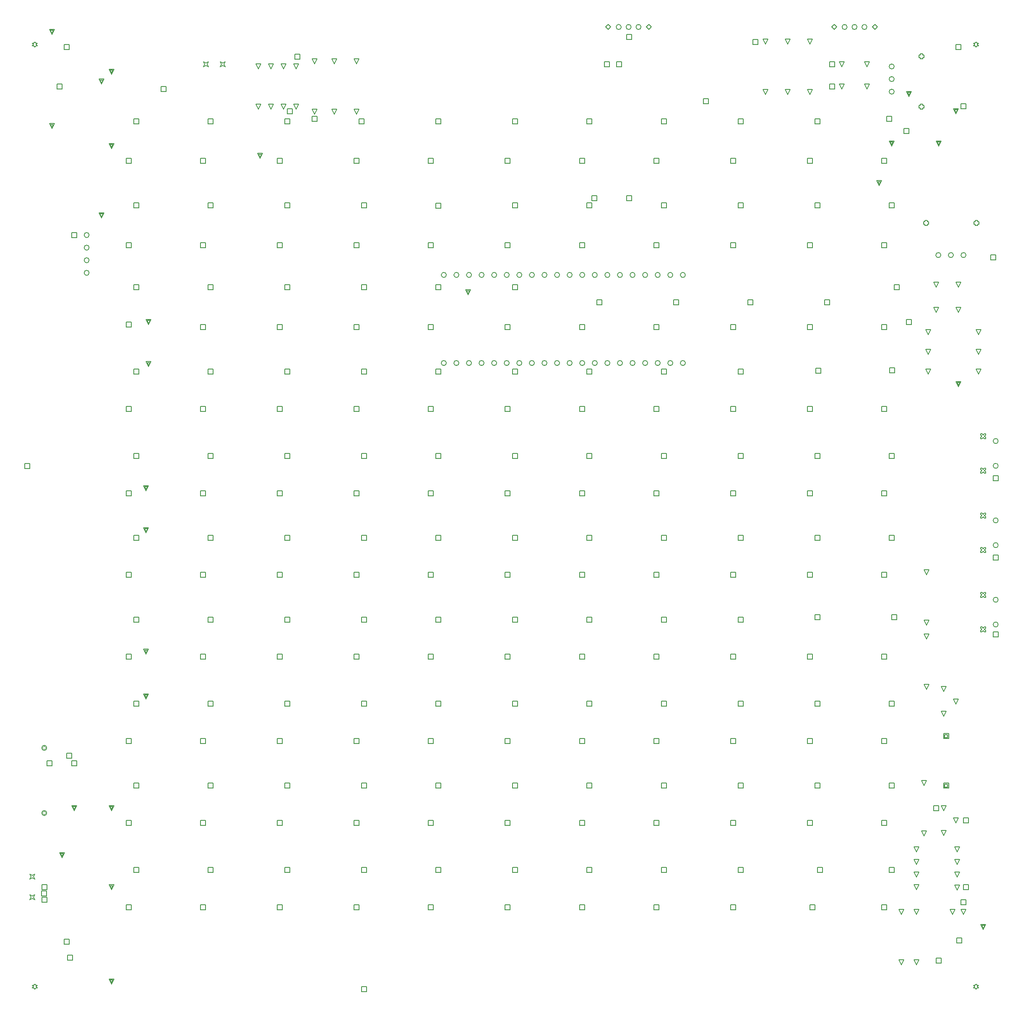
<source format=gbr>
%TF.GenerationSoftware,Altium Limited,Altium Designer,24.5.1 (21)*%
G04 Layer_Color=2752767*
%FSLAX45Y45*%
%MOMM*%
%TF.SameCoordinates,D7596F51-2DA0-4622-90E6-AC5F46AEA47A*%
%TF.FilePolarity,Positive*%
%TF.FileFunction,Drawing*%
%TF.Part,Single*%
G01*
G75*
%TA.AperFunction,NonConductor*%
%ADD87C,0.12700*%
%ADD88C,0.16933*%
%ADD89C,0.10160*%
D87*
X18449992Y3541200D02*
X18399191Y3642800D01*
X18500792D01*
X18449992Y3541200D01*
X18450008Y4557200D02*
X18399208Y4658800D01*
X18500809D01*
X18450008Y4557200D01*
X18542000Y12849208D02*
X18491200Y12950809D01*
X18592799D01*
X18542000Y12849208D01*
X19558000Y12849191D02*
X19507201Y12950792D01*
X19608800D01*
X19558000Y12849191D01*
X19150000Y14099200D02*
X19099200Y14200800D01*
X19200800D01*
X19150000Y14099200D01*
Y14607201D02*
X19099200Y14708800D01*
X19200800D01*
X19150000Y14607201D01*
X18699998Y14099200D02*
X18649199Y14200800D01*
X18750800D01*
X18699998Y14099200D01*
Y14607201D02*
X18649199Y14708800D01*
X18750800D01*
X18699998Y14607201D01*
X18466600Y15874600D02*
Y15849200D01*
X18517400D01*
Y15874600D01*
X18542799D01*
Y15925400D01*
X18517400D01*
Y15950800D01*
X18466600D01*
Y15925400D01*
X18441200D01*
Y15874600D01*
X18466600D01*
X19482600D02*
Y15849200D01*
X19533400D01*
Y15874600D01*
X19558800D01*
Y15925400D01*
X19533400D01*
Y15950800D01*
X19482600D01*
Y15925400D01*
X19457201D01*
Y15874600D01*
X19482600D01*
X4249199Y19049200D02*
X4274599Y19100000D01*
X4249199Y19150800D01*
X4299999Y19125400D01*
X4350799Y19150800D01*
X4325399Y19100000D01*
X4350799Y19049200D01*
X4299999Y19074600D01*
X4249199Y19049200D01*
X3910199D02*
X3935599Y19100000D01*
X3910199Y19150800D01*
X3960999Y19125400D01*
X4011799Y19150800D01*
X3986399Y19100000D01*
X4011799Y19049200D01*
X3960999Y19074600D01*
X3910199Y19049200D01*
X19025726Y1953156D02*
X18974927Y2054756D01*
X19076526D01*
X19025726Y1953156D01*
X19250726D02*
X19199927Y2054756D01*
X19301526D01*
X19250726Y1953156D01*
X12849199Y19850000D02*
X12899998Y19900800D01*
X12950800Y19850000D01*
X12899998Y19799200D01*
X12849199Y19850000D01*
X12029199D02*
X12079999Y19900800D01*
X12130799Y19850000D01*
X12079999Y19799200D01*
X12029199Y19850000D01*
X6549992Y18091200D02*
X6499192Y18192799D01*
X6600792D01*
X6549992Y18091200D01*
X6550008Y19107201D02*
X6499208Y19208800D01*
X6600808D01*
X6550008Y19107201D01*
X7000000Y19107201D02*
X6949200Y19208800D01*
X7050800D01*
X7000000Y19107201D01*
Y18091200D02*
X6949200Y18192799D01*
X7050800D01*
X7000000Y18091200D01*
X18849200Y5499200D02*
Y5600800D01*
X18950800D01*
Y5499200D01*
X18849200D01*
X18869521Y5519520D02*
Y5580480D01*
X18930479D01*
Y5519520D01*
X18869521D01*
X18849200Y4499200D02*
Y4600800D01*
X18950800D01*
Y4499200D01*
X18849200D01*
X18869521Y4519520D02*
Y4580480D01*
X18930479D01*
Y4519520D01*
X18869521D01*
X18300000Y3211200D02*
X18249200Y3312800D01*
X18350800D01*
X18300000Y3211200D01*
Y2703200D02*
X18249200Y2804800D01*
X18350800D01*
X18300000Y2703200D01*
Y2449200D02*
X18249200Y2550800D01*
X18350800D01*
X18300000Y2449200D01*
Y2957200D02*
X18249200Y3058800D01*
X18350800D01*
X18300000Y2957200D01*
X19120000Y2448200D02*
X19069200Y2549800D01*
X19170799D01*
X19120000Y2448200D01*
Y3211200D02*
X19069200Y3312800D01*
X19170799D01*
X19120000Y3211200D01*
Y2703200D02*
X19069200Y2804800D01*
X19170799D01*
X19120000Y2703200D01*
Y2957200D02*
X19069200Y3058800D01*
X19170799D01*
X19120000Y2957200D01*
X18500000Y7791200D02*
X18449200Y7892800D01*
X18550800D01*
X18500000Y7791200D01*
Y8807200D02*
X18449200Y8908800D01*
X18550800D01*
X18500000Y8807200D01*
X17409200Y19850000D02*
X17460001Y19900800D01*
X17510800Y19850000D01*
X17460001Y19799200D01*
X17409200Y19850000D01*
X16589200D02*
X16639999Y19900800D01*
X16690800Y19850000D01*
X16639999Y19799200D01*
X16589200Y19850000D01*
X17300000Y19049200D02*
X17249200Y19150800D01*
X17350800D01*
X17300000Y19049200D01*
X16792000D02*
X16741200Y19150800D01*
X16842799D01*
X16792000Y19049200D01*
X17300000Y18599200D02*
X17249200Y18700800D01*
X17350800D01*
X17300000Y18599200D01*
X16792000D02*
X16741200Y18700800D01*
X16842799D01*
X16792000Y18599200D01*
X18374600Y19232600D02*
Y19207201D01*
X18425400D01*
Y19232600D01*
X18450800D01*
Y19283400D01*
X18425400D01*
Y19308800D01*
X18374600D01*
Y19283400D01*
X18349200D01*
Y19232600D01*
X18374600D01*
Y18216600D02*
Y18191200D01*
X18425400D01*
Y18216600D01*
X18450800D01*
Y18267400D01*
X18425400D01*
Y18292799D01*
X18374600D01*
Y18267400D01*
X18349200D01*
Y18216600D01*
X18374600D01*
X16150008Y19507201D02*
X16099208Y19608800D01*
X16200809D01*
X16150008Y19507201D01*
X16149992Y18491200D02*
X16099191Y18592799D01*
X16200792D01*
X16149992Y18491200D01*
X15699992D02*
X15649191Y18592799D01*
X15750792D01*
X15699992Y18491200D01*
X15700008Y19507201D02*
X15649208Y19608800D01*
X15750809D01*
X15700008Y19507201D01*
X15249992Y18491200D02*
X15199191Y18592799D01*
X15300792D01*
X15249992Y18491200D01*
X15250008Y19507201D02*
X15199208Y19608800D01*
X15300809D01*
X15250008Y19507201D01*
X19100000Y6199200D02*
X19049200Y6300800D01*
X19150800D01*
X19100000Y6199200D01*
X18850000Y5949200D02*
X18799200Y6050800D01*
X18900800D01*
X18850000Y5949200D01*
Y6449200D02*
X18799200Y6550800D01*
X18900800D01*
X18850000Y6449200D01*
X17999992Y941200D02*
X17949191Y1042800D01*
X18050792D01*
X17999992Y941200D01*
X18000008Y1957200D02*
X17949208Y2058800D01*
X18050809D01*
X18000008Y1957200D01*
X18299992Y941200D02*
X18249191Y1042800D01*
X18350792D01*
X18299992Y941200D01*
X18300008Y1957200D02*
X18249208Y2058800D01*
X18350809D01*
X18300008Y1957200D01*
X18499992Y6491200D02*
X18449191Y6592800D01*
X18550792D01*
X18499992Y6491200D01*
X18500008Y7507200D02*
X18449208Y7608800D01*
X18550809D01*
X18500008Y7507200D01*
X19100000Y3799200D02*
X19049200Y3900800D01*
X19150800D01*
X19100000Y3799200D01*
X18850000Y3549200D02*
X18799200Y3650800D01*
X18900800D01*
X18850000Y3549200D01*
Y4049200D02*
X18799200Y4150800D01*
X18900800D01*
X18850000Y4049200D01*
X19599200Y9249200D02*
X19624600D01*
X19650000Y9274600D01*
X19675400Y9249200D01*
X19700800D01*
Y9274600D01*
X19675400Y9300000D01*
X19700800Y9325400D01*
Y9350800D01*
X19675400D01*
X19650000Y9325400D01*
X19624600Y9350800D01*
X19599200D01*
Y9325400D01*
X19624600Y9300000D01*
X19599200Y9274600D01*
Y9249200D01*
X19599200Y9949200D02*
X19624600D01*
X19650000Y9974600D01*
X19675400Y9949200D01*
X19700800D01*
Y9974600D01*
X19675400Y10000000D01*
X19700800Y10025400D01*
Y10050800D01*
X19675400D01*
X19650000Y10025400D01*
X19624600Y10050800D01*
X19599200D01*
Y10025400D01*
X19624600Y10000000D01*
X19599200Y9974600D01*
Y9949200D01*
Y7649200D02*
X19624600D01*
X19650000Y7674600D01*
X19675400Y7649200D01*
X19700800D01*
Y7674600D01*
X19675400Y7700000D01*
X19700800Y7725400D01*
Y7750800D01*
X19675400D01*
X19650000Y7725400D01*
X19624600Y7750800D01*
X19599200D01*
Y7725400D01*
X19624600Y7700000D01*
X19599200Y7674600D01*
Y7649200D01*
Y8349200D02*
X19624600D01*
X19650000Y8374600D01*
X19675400Y8349200D01*
X19700800D01*
Y8374600D01*
X19675400Y8400000D01*
X19700800Y8425400D01*
Y8450800D01*
X19675400D01*
X19650000Y8425400D01*
X19624600Y8450800D01*
X19599200D01*
Y8425400D01*
X19624600Y8400000D01*
X19599200Y8374600D01*
Y8349200D01*
Y10849200D02*
X19624600D01*
X19650000Y10874600D01*
X19675400Y10849200D01*
X19700800D01*
Y10874600D01*
X19675400Y10900000D01*
X19700800Y10925400D01*
Y10950800D01*
X19675400D01*
X19650000Y10925400D01*
X19624600Y10950800D01*
X19599200D01*
Y10925400D01*
X19624600Y10900000D01*
X19599200Y10874600D01*
Y10849200D01*
Y11549200D02*
X19624600D01*
X19650000Y11574600D01*
X19675400Y11549200D01*
X19700800D01*
Y11574600D01*
X19675400Y11600000D01*
X19700800Y11625400D01*
Y11650800D01*
X19675400D01*
X19650000Y11625400D01*
X19624600Y11650800D01*
X19599200D01*
Y11625400D01*
X19624600Y11600000D01*
X19599200Y11574600D01*
Y11549200D01*
X18541998Y13249208D02*
X18491199Y13350809D01*
X18592799D01*
X18541998Y13249208D01*
X19558000Y13249191D02*
X19507201Y13350792D01*
X19608800D01*
X19558000Y13249191D01*
X19557999Y13649191D02*
X19507199Y13750792D01*
X19608800D01*
X19557999Y13649191D01*
X18542000Y13649208D02*
X18491200Y13750809D01*
X18592799D01*
X18542000Y13649208D01*
X6150008Y19107201D02*
X6099208Y19208800D01*
X6200808D01*
X6150008Y19107201D01*
X6149992Y18091200D02*
X6099192Y18192799D01*
X6200792D01*
X6149992Y18091200D01*
X5273000Y19009200D02*
X5222200Y19110800D01*
X5323800D01*
X5273000Y19009200D01*
X5527000D02*
X5476200Y19110800D01*
X5577800D01*
X5527000Y19009200D01*
X5019000Y19009200D02*
X4968200Y19110800D01*
X5069800D01*
X5019000Y19009200D01*
X5782000D02*
X5731200Y19110800D01*
X5832800D01*
X5782000Y19009200D01*
X5273000Y18189200D02*
X5222200Y18290800D01*
X5323800D01*
X5273000Y18189200D01*
X5781000Y18189200D02*
X5730200Y18290800D01*
X5831800D01*
X5781000Y18189200D01*
X5527000Y18189200D02*
X5476200Y18290800D01*
X5577800D01*
X5527000Y18189200D01*
X5019000Y18189200D02*
X4968200Y18290800D01*
X5069800D01*
X5019000Y18189200D01*
X399200Y2664200D02*
X424600Y2715000D01*
X399200Y2765800D01*
X450000Y2740400D01*
X500800Y2765800D01*
X475400Y2715000D01*
X500800Y2664200D01*
X450000Y2689600D01*
X399200Y2664200D01*
Y2249200D02*
X424600Y2300000D01*
X399200Y2350800D01*
X450000Y2325400D01*
X500800Y2350800D01*
X475400Y2300000D01*
X500800Y2249200D01*
X450000Y2274600D01*
X399200Y2249200D01*
X500000Y449200D02*
X525400Y474600D01*
X550800D01*
X525400Y500000D01*
X550800Y525400D01*
X525400D01*
X500000Y550800D01*
X474600Y525400D01*
X449200D01*
X474600Y500000D01*
X449200Y474600D01*
X474600D01*
X500000Y449200D01*
X19500000Y19449200D02*
X19525400Y19474600D01*
X19550800D01*
X19525400Y19500000D01*
X19550800Y19525400D01*
X19525400D01*
X19500000Y19550800D01*
X19474600Y19525400D01*
X19449200D01*
X19474600Y19500000D01*
X19449200Y19474600D01*
X19474600D01*
X19500000Y19449200D01*
X500000D02*
X525400Y19474600D01*
X550800D01*
X525400Y19500000D01*
X550800Y19525400D01*
X525400D01*
X500000Y19550800D01*
X474600Y19525400D01*
X449200D01*
X474600Y19500000D01*
X449200Y19474600D01*
X474600D01*
X500000Y19449200D01*
X19500000Y449200D02*
X19525400Y474600D01*
X19550800D01*
X19525400Y500000D01*
X19550800Y525400D01*
X19525400D01*
X19500000Y550800D01*
X19474600Y525400D01*
X19449200D01*
X19474600Y500000D01*
X19449200Y474600D01*
X19474600D01*
X19500000Y449200D01*
X19650000Y1649200D02*
X19599200Y1750800D01*
X19700800D01*
X19650000Y1649200D01*
Y1669520D02*
X19619521Y1730480D01*
X19680479D01*
X19650000Y1669520D01*
X19150000Y12599200D02*
X19099200Y12700800D01*
X19200800D01*
X19150000Y12599200D01*
Y12619520D02*
X19119521Y12680480D01*
X19180479D01*
X19150000Y12619520D01*
X9250000Y14449200D02*
X9199200Y14550800D01*
X9300800D01*
X9250000Y14449200D01*
Y14469521D02*
X9219520Y14530479D01*
X9280480D01*
X9250000Y14469521D01*
X641751Y2326700D02*
Y2428300D01*
X743351D01*
Y2326700D01*
X641751D01*
X649200Y2449200D02*
Y2550800D01*
X750800D01*
Y2449200D01*
X649200D01*
Y2199200D02*
Y2300800D01*
X750800D01*
Y2199200D01*
X649200D01*
X19249200Y2449200D02*
Y2550800D01*
X19350800D01*
Y2449200D01*
X19249200D01*
Y3799200D02*
Y3900800D01*
X19350800D01*
Y3799200D01*
X19249200D01*
X18649200Y4049200D02*
Y4150800D01*
X18750800D01*
Y4049200D01*
X18649200D01*
X17599200Y10399200D02*
Y10500800D01*
X17700800D01*
Y10399200D01*
X17599200D01*
X16099200D02*
Y10500800D01*
X16200800D01*
Y10399200D01*
X16099200D01*
X14549200D02*
Y10500800D01*
X14650800D01*
Y10399200D01*
X14549200D01*
X12999200D02*
Y10500800D01*
X13100800D01*
Y10399200D01*
X12999200D01*
X11499200D02*
Y10500800D01*
X11600800D01*
Y10399200D01*
X11499200D01*
X9999200D02*
Y10500800D01*
X10100800D01*
Y10399200D01*
X9999200D01*
X8449200D02*
Y10500800D01*
X8550800D01*
Y10399200D01*
X8449200D01*
X6949200D02*
Y10500800D01*
X7050800D01*
Y10399200D01*
X6949200D01*
X5399200D02*
Y10500800D01*
X5500800D01*
Y10399200D01*
X5399200D01*
X3849200D02*
Y10500800D01*
X3950800D01*
Y10399200D01*
X3849200D01*
X2349200D02*
Y10500800D01*
X2450800D01*
Y10399200D01*
X2349200D01*
X19799200Y15149200D02*
Y15250800D01*
X19900800D01*
Y15149200D01*
X19799200D01*
X299200Y10949200D02*
Y11050800D01*
X400800D01*
Y10949200D01*
X299200D01*
X13999200Y18299200D02*
Y18400800D01*
X14100800D01*
Y18299200D01*
X13999200D01*
X3049200Y18549200D02*
Y18650800D01*
X3150800D01*
Y18549200D01*
X3049200D01*
X7099200Y399200D02*
Y500800D01*
X7200800D01*
Y399200D01*
X7099200D01*
X19099200Y19399200D02*
Y19500800D01*
X19200800D01*
Y19399200D01*
X19099200D01*
X19199200Y18199200D02*
Y18300800D01*
X19300800D01*
Y18199200D01*
X19199200D01*
X18049200Y17699200D02*
Y17800800D01*
X18150800D01*
Y17699200D01*
X18049200D01*
X17599200Y17099200D02*
Y17200800D01*
X17700800D01*
Y17099200D01*
X17599200D01*
X16099200D02*
Y17200800D01*
X16200800D01*
Y17099200D01*
X16099200D01*
X14549200D02*
Y17200800D01*
X14650800D01*
Y17099200D01*
X14549200D01*
X12999200D02*
Y17200800D01*
X13100800D01*
Y17099200D01*
X12999200D01*
X11499200D02*
Y17200800D01*
X11600800D01*
Y17099200D01*
X11499200D01*
X9999200D02*
Y17200800D01*
X10100800D01*
Y17099200D01*
X9999200D01*
X8449200D02*
Y17200800D01*
X8550800D01*
Y17099200D01*
X8449200D01*
X6949200D02*
Y17200800D01*
X7050800D01*
Y17099200D01*
X6949200D01*
X2349200Y15399200D02*
Y15500800D01*
X2450800D01*
Y15399200D01*
X2349200D01*
X3849200D02*
Y15500800D01*
X3950800D01*
Y15399200D01*
X3849200D01*
X5399200D02*
Y15500800D01*
X5500800D01*
Y15399200D01*
X5399200D01*
X6949200D02*
Y15500800D01*
X7050800D01*
Y15399200D01*
X6949200D01*
X8449200D02*
Y15500800D01*
X8550800D01*
Y15399200D01*
X8449200D01*
X9999200D02*
Y15500800D01*
X10100800D01*
Y15399200D01*
X9999200D01*
X11499200D02*
Y15500800D01*
X11600800D01*
Y15399200D01*
X11499200D01*
X12999200D02*
Y15500800D01*
X13100800D01*
Y15399200D01*
X12999200D01*
X14549200D02*
Y15500800D01*
X14650800D01*
Y15399200D01*
X14549200D01*
X16099200D02*
Y15500800D01*
X16200800D01*
Y15399200D01*
X16099200D01*
X17599200D02*
Y15500800D01*
X17700800D01*
Y15399200D01*
X17599200D01*
X18099200Y13849200D02*
Y13950800D01*
X18200800D01*
Y13849200D01*
X18099200D01*
X17599200Y13749200D02*
Y13850800D01*
X17700800D01*
Y13749200D01*
X17599200D01*
X16099200D02*
Y13850800D01*
X16200800D01*
Y13749200D01*
X16099200D01*
X14549200D02*
Y13850800D01*
X14650800D01*
Y13749200D01*
X14549200D01*
X12999200D02*
Y13850800D01*
X13100800D01*
Y13749200D01*
X12999200D01*
X11499200D02*
Y13850800D01*
X11600800D01*
Y13749200D01*
X11499200D01*
X9999200D02*
Y13850800D01*
X10100800D01*
Y13749200D01*
X9999200D01*
X8449200D02*
Y13850800D01*
X8550800D01*
Y13749200D01*
X8449200D01*
X6949200D02*
Y13850800D01*
X7050800D01*
Y13749200D01*
X6949200D01*
X5399200D02*
Y13850800D01*
X5500800D01*
Y13749200D01*
X5399200D01*
X3849200D02*
Y13850800D01*
X3950800D01*
Y13749200D01*
X3849200D01*
X2349200Y13799200D02*
Y13900800D01*
X2450800D01*
Y13799200D01*
X2349200D01*
Y12099200D02*
Y12200800D01*
X2450800D01*
Y12099200D01*
X2349200D01*
X3849200D02*
Y12200800D01*
X3950800D01*
Y12099200D01*
X3849200D01*
X5399200D02*
Y12200800D01*
X5500800D01*
Y12099200D01*
X5399200D01*
X6949200D02*
Y12200800D01*
X7050800D01*
Y12099200D01*
X6949200D01*
X8449200D02*
Y12200800D01*
X8550800D01*
Y12099200D01*
X8449200D01*
X9999200D02*
Y12200800D01*
X10100800D01*
Y12099200D01*
X9999200D01*
X11499200D02*
Y12200800D01*
X11600800D01*
Y12099200D01*
X11499200D01*
X12999200D02*
Y12200800D01*
X13100800D01*
Y12099200D01*
X12999200D01*
X14549200D02*
Y12200800D01*
X14650800D01*
Y12099200D01*
X14549200D01*
X16099200D02*
Y12200800D01*
X16200800D01*
Y12099200D01*
X16099200D01*
X17599200D02*
Y12200800D01*
X17700800D01*
Y12099200D01*
X17599200D01*
Y8749200D02*
Y8850800D01*
X17700800D01*
Y8749200D01*
X17599200D01*
X16099200D02*
Y8850800D01*
X16200800D01*
Y8749200D01*
X16099200D01*
X14549200D02*
Y8850800D01*
X14650800D01*
Y8749200D01*
X14549200D01*
X12999200D02*
Y8850800D01*
X13100800D01*
Y8749200D01*
X12999200D01*
X11499200D02*
Y8850800D01*
X11600800D01*
Y8749200D01*
X11499200D01*
X9999200D02*
Y8850800D01*
X10100800D01*
Y8749200D01*
X9999200D01*
X8449200D02*
Y8850800D01*
X8550800D01*
Y8749200D01*
X8449200D01*
X6949200D02*
Y8850800D01*
X7050800D01*
Y8749200D01*
X6949200D01*
X5399200D02*
Y8850800D01*
X5500800D01*
Y8749200D01*
X5399200D01*
X3849200D02*
Y8850800D01*
X3950800D01*
Y8749200D01*
X3849200D01*
X2349200D02*
Y8850800D01*
X2450800D01*
Y8749200D01*
X2349200D01*
Y7099200D02*
Y7200800D01*
X2450800D01*
Y7099200D01*
X2349200D01*
X3849200D02*
Y7200800D01*
X3950800D01*
Y7099200D01*
X3849200D01*
X5399200D02*
Y7200800D01*
X5500800D01*
Y7099200D01*
X5399200D01*
X6949200D02*
Y7200800D01*
X7050800D01*
Y7099200D01*
X6949200D01*
X8449200D02*
Y7200800D01*
X8550800D01*
Y7099200D01*
X8449200D01*
X9999200D02*
Y7200800D01*
X10100800D01*
Y7099200D01*
X9999200D01*
X11499200D02*
Y7200800D01*
X11600800D01*
Y7099200D01*
X11499200D01*
X12999200D02*
Y7200800D01*
X13100800D01*
Y7099200D01*
X12999200D01*
X14549200D02*
Y7200800D01*
X14650800D01*
Y7099200D01*
X14549200D01*
X16099200D02*
Y7200800D01*
X16200800D01*
Y7099200D01*
X16099200D01*
X17599200D02*
Y7200800D01*
X17700800D01*
Y7099200D01*
X17599200D01*
Y5399200D02*
Y5500800D01*
X17700800D01*
Y5399200D01*
X17599200D01*
X16099200D02*
Y5500800D01*
X16200800D01*
Y5399200D01*
X16099200D01*
X14549200D02*
Y5500800D01*
X14650800D01*
Y5399200D01*
X14549200D01*
X12999200D02*
Y5500800D01*
X13100800D01*
Y5399200D01*
X12999200D01*
X11499200D02*
Y5500800D01*
X11600800D01*
Y5399200D01*
X11499200D01*
X9999200D02*
Y5500800D01*
X10100800D01*
Y5399200D01*
X9999200D01*
X8449200D02*
Y5500800D01*
X8550800D01*
Y5399200D01*
X8449200D01*
X6949200D02*
Y5500800D01*
X7050800D01*
Y5399200D01*
X6949200D01*
X5399200D02*
Y5500800D01*
X5500800D01*
Y5399200D01*
X5399200D01*
X3849200D02*
Y5500800D01*
X3950800D01*
Y5399200D01*
X3849200D01*
X2349200D02*
Y5500800D01*
X2450800D01*
Y5399200D01*
X2349200D01*
Y3749200D02*
Y3850800D01*
X2450800D01*
Y3749200D01*
X2349200D01*
X3849200D02*
Y3850800D01*
X3950800D01*
Y3749200D01*
X3849200D01*
X5399200D02*
Y3850800D01*
X5500800D01*
Y3749200D01*
X5399200D01*
X6949200D02*
Y3850800D01*
X7050800D01*
Y3749200D01*
X6949200D01*
X8449200D02*
Y3850800D01*
X8550800D01*
Y3749200D01*
X8449200D01*
X9999200D02*
Y3850800D01*
X10100800D01*
Y3749200D01*
X9999200D01*
X11499200D02*
Y3850800D01*
X11600800D01*
Y3749200D01*
X11499200D01*
X12999200D02*
Y3850800D01*
X13100800D01*
Y3749200D01*
X12999200D01*
X14549200D02*
Y3850800D01*
X14650800D01*
Y3749200D01*
X14549200D01*
X16099200D02*
Y3850800D01*
X16200800D01*
Y3749200D01*
X16099200D01*
X17599911Y3751039D02*
Y3852639D01*
X17701512D01*
Y3751039D01*
X17599911D01*
X18699200Y972775D02*
Y1074375D01*
X18800800D01*
Y972775D01*
X18699200D01*
X17599200Y2049200D02*
Y2150800D01*
X17700800D01*
Y2049200D01*
X17599200D01*
X16149200D02*
Y2150800D01*
X16250800D01*
Y2049200D01*
X16149200D01*
X14549200D02*
Y2150800D01*
X14650800D01*
Y2049200D01*
X14549200D01*
X12999200D02*
Y2150800D01*
X13100800D01*
Y2049200D01*
X12999200D01*
X11499200D02*
Y2150800D01*
X11600800D01*
Y2049200D01*
X11499200D01*
X9999200D02*
Y2150800D01*
X10100800D01*
Y2049200D01*
X9999200D01*
X8449200D02*
Y2150800D01*
X8550800D01*
Y2049200D01*
X8449200D01*
X6949200D02*
Y2150800D01*
X7050800D01*
Y2049200D01*
X6949200D01*
X5399200D02*
Y2150800D01*
X5500800D01*
Y2049200D01*
X5399200D01*
X3849200D02*
Y2150800D01*
X3950800D01*
Y2049200D01*
X3849200D01*
X2349200D02*
Y2150800D01*
X2450800D01*
Y2049200D01*
X2349200D01*
X1161427Y1026946D02*
Y1128546D01*
X1263027D01*
Y1026946D01*
X1161427D01*
X1099200Y1349200D02*
Y1450800D01*
X1200800D01*
Y1349200D01*
X1099200D01*
X1149200Y5099200D02*
Y5200800D01*
X1250800D01*
Y5099200D01*
X1149200D01*
X1249200Y4949200D02*
Y5050800D01*
X1350800D01*
Y4949200D01*
X1249200D01*
X749200D02*
Y5050800D01*
X850800D01*
Y4949200D01*
X749200D01*
X19111652Y1379929D02*
Y1481529D01*
X19213251D01*
Y1379929D01*
X19111652D01*
X19199200Y2149200D02*
Y2250800D01*
X19300800D01*
Y2149200D01*
X19199200D01*
X17749200Y2799200D02*
Y2900800D01*
X17850800D01*
Y2799200D01*
X17749200D01*
X16299200D02*
Y2900800D01*
X16400800D01*
Y2799200D01*
X16299200D01*
X14699200D02*
Y2900800D01*
X14800800D01*
Y2799200D01*
X14699200D01*
X13149200D02*
Y2900800D01*
X13250800D01*
Y2799200D01*
X13149200D01*
X11649200D02*
Y2900800D01*
X11750800D01*
Y2799200D01*
X11649200D01*
X10149200D02*
Y2900800D01*
X10250800D01*
Y2799200D01*
X10149200D01*
X8599200D02*
Y2900800D01*
X8700800D01*
Y2799200D01*
X8599200D01*
X7099200D02*
Y2900800D01*
X7200800D01*
Y2799200D01*
X7099200D01*
X5549200D02*
Y2900800D01*
X5650800D01*
Y2799200D01*
X5549200D01*
X3999200D02*
Y2900800D01*
X4100800D01*
Y2799200D01*
X3999200D01*
X2499200D02*
Y2900800D01*
X2600800D01*
Y2799200D01*
X2499200D01*
Y4499200D02*
Y4600800D01*
X2600800D01*
Y4499200D01*
X2499200D01*
X3999200D02*
Y4600800D01*
X4100800D01*
Y4499200D01*
X3999200D01*
X5549200D02*
Y4600800D01*
X5650800D01*
Y4499200D01*
X5549200D01*
X7099200D02*
Y4600800D01*
X7200800D01*
Y4499200D01*
X7099200D01*
X8599200D02*
Y4600800D01*
X8700800D01*
Y4499200D01*
X8599200D01*
X10149200D02*
Y4600800D01*
X10250800D01*
Y4499200D01*
X10149200D01*
X11649200D02*
Y4600800D01*
X11750800D01*
Y4499200D01*
X11649200D01*
X13149200D02*
Y4600800D01*
X13250800D01*
Y4499200D01*
X13149200D01*
X14699200D02*
Y4600800D01*
X14800800D01*
Y4499200D01*
X14699200D01*
X16249200D02*
Y4600800D01*
X16350800D01*
Y4499200D01*
X16249200D01*
X17749200D02*
Y4600800D01*
X17850800D01*
Y4499200D01*
X17749200D01*
Y6149200D02*
Y6250800D01*
X17850800D01*
Y6149200D01*
X17749200D01*
X16249200D02*
Y6250800D01*
X16350800D01*
Y6149200D01*
X16249200D01*
X14699200D02*
Y6250800D01*
X14800800D01*
Y6149200D01*
X14699200D01*
X13149200D02*
Y6250800D01*
X13250800D01*
Y6149200D01*
X13149200D01*
X11649200D02*
Y6250800D01*
X11750800D01*
Y6149200D01*
X11649200D01*
X10149200D02*
Y6250800D01*
X10250800D01*
Y6149200D01*
X10149200D01*
X8599200D02*
Y6250800D01*
X8700800D01*
Y6149200D01*
X8599200D01*
X7099200D02*
Y6250800D01*
X7200800D01*
Y6149200D01*
X7099200D01*
X5549200D02*
Y6250800D01*
X5650800D01*
Y6149200D01*
X5549200D01*
X3999200D02*
Y6250800D01*
X4100800D01*
Y6149200D01*
X3999200D01*
X2499200D02*
Y6250800D01*
X2600800D01*
Y6149200D01*
X2499200D01*
X2750000Y6299200D02*
X2699200Y6400800D01*
X2800800D01*
X2750000Y6299200D01*
Y6319520D02*
X2719520Y6380480D01*
X2780480D01*
X2750000Y6319520D01*
X17799200Y7899200D02*
Y8000800D01*
X17900800D01*
Y7899200D01*
X17799200D01*
X16249200D02*
Y8000800D01*
X16350800D01*
Y7899200D01*
X16249200D01*
X14699200Y7849200D02*
Y7950800D01*
X14800800D01*
Y7849200D01*
X14699200D01*
X13149200D02*
Y7950800D01*
X13250800D01*
Y7849200D01*
X13149200D01*
X11649200D02*
Y7950800D01*
X11750800D01*
Y7849200D01*
X11649200D01*
X10149200D02*
Y7950800D01*
X10250800D01*
Y7849200D01*
X10149200D01*
X8599200D02*
Y7950800D01*
X8700800D01*
Y7849200D01*
X8599200D01*
X7099200D02*
Y7950800D01*
X7200800D01*
Y7849200D01*
X7099200D01*
X5549200D02*
Y7950800D01*
X5650800D01*
Y7849200D01*
X5549200D01*
X3999200D02*
Y7950800D01*
X4100800D01*
Y7849200D01*
X3999200D01*
X2499200D02*
Y7950800D01*
X2600800D01*
Y7849200D01*
X2499200D01*
Y9499200D02*
Y9600800D01*
X2600800D01*
Y9499200D01*
X2499200D01*
X2750000Y9649200D02*
X2699200Y9750800D01*
X2800800D01*
X2750000Y9649200D01*
Y9669520D02*
X2719520Y9730480D01*
X2780480D01*
X2750000Y9669520D01*
X3999200Y9499200D02*
Y9600800D01*
X4100800D01*
Y9499200D01*
X3999200D01*
X5549200D02*
Y9600800D01*
X5650800D01*
Y9499200D01*
X5549200D01*
X7099200D02*
Y9600800D01*
X7200800D01*
Y9499200D01*
X7099200D01*
X8599200D02*
Y9600800D01*
X8700800D01*
Y9499200D01*
X8599200D01*
X10149200D02*
Y9600800D01*
X10250800D01*
Y9499200D01*
X10149200D01*
X11649200D02*
Y9600800D01*
X11750800D01*
Y9499200D01*
X11649200D01*
X13149200D02*
Y9600800D01*
X13250800D01*
Y9499200D01*
X13149200D01*
X14699200D02*
Y9600800D01*
X14800800D01*
Y9499200D01*
X14699200D01*
X16249200D02*
Y9600800D01*
X16350800D01*
Y9499200D01*
X16249200D01*
X17749200D02*
Y9600800D01*
X17850800D01*
Y9499200D01*
X17749200D01*
Y11149200D02*
Y11250800D01*
X17850800D01*
Y11149200D01*
X17749200D01*
X16249200D02*
Y11250800D01*
X16350800D01*
Y11149200D01*
X16249200D01*
X14699200D02*
Y11250800D01*
X14800800D01*
Y11149200D01*
X14699200D01*
X13149200D02*
Y11250800D01*
X13250800D01*
Y11149200D01*
X13149200D01*
X11649200D02*
Y11250800D01*
X11750800D01*
Y11149200D01*
X11649200D01*
X10149200D02*
Y11250800D01*
X10250800D01*
Y11149200D01*
X10149200D01*
X8599200D02*
Y11250800D01*
X8700800D01*
Y11149200D01*
X8599200D01*
X7099200D02*
Y11250800D01*
X7200800D01*
Y11149200D01*
X7099200D01*
X5549200D02*
Y11250800D01*
X5650800D01*
Y11149200D01*
X5549200D01*
X3999200D02*
Y11250800D01*
X4100800D01*
Y11149200D01*
X3999200D01*
X2499200D02*
Y11250800D01*
X2600800D01*
Y11149200D01*
X2499200D01*
Y12849200D02*
Y12950800D01*
X2600800D01*
Y12849200D01*
X2499200D01*
X3999200D02*
Y12950800D01*
X4100800D01*
Y12849200D01*
X3999200D01*
X5549200D02*
Y12950800D01*
X5650800D01*
Y12849200D01*
X5549200D01*
X7099200D02*
Y12950800D01*
X7200800D01*
Y12849200D01*
X7099200D01*
X8599200D02*
Y12950800D01*
X8700800D01*
Y12849200D01*
X8599200D01*
X10149200D02*
Y12950800D01*
X10250800D01*
Y12849200D01*
X10149200D01*
X11649200D02*
Y12950800D01*
X11750800D01*
Y12849200D01*
X11649200D01*
X13149200D02*
Y12950800D01*
X13250800D01*
Y12849200D01*
X13149200D01*
X14699200D02*
Y12950800D01*
X14800800D01*
Y12849200D01*
X14699200D01*
X16272086Y12866348D02*
Y12967949D01*
X16373686D01*
Y12866348D01*
X16272086D01*
X17758881Y12872089D02*
Y12973688D01*
X17860480D01*
Y12872089D01*
X17758881D01*
X17849200Y14549200D02*
Y14650800D01*
X17950800D01*
Y14549200D01*
X17849200D01*
X16449200Y14249200D02*
Y14350800D01*
X16550800D01*
Y14249200D01*
X16449200D01*
X14899200D02*
Y14350800D01*
X15000800D01*
Y14249200D01*
X14899200D01*
X11849200D02*
Y14350800D01*
X11950800D01*
Y14249200D01*
X11849200D01*
X10149200Y14549200D02*
Y14650800D01*
X10250800D01*
Y14549200D01*
X10149200D01*
X8599200D02*
Y14650800D01*
X8700800D01*
Y14549200D01*
X8599200D01*
X7099200D02*
Y14650800D01*
X7200800D01*
Y14549200D01*
X7099200D01*
X5549200D02*
Y14650800D01*
X5650800D01*
Y14549200D01*
X5549200D01*
X3999200D02*
Y14650800D01*
X4100800D01*
Y14549200D01*
X3999200D01*
X2499200D02*
Y14650800D01*
X2600800D01*
Y14549200D01*
X2499200D01*
Y16199200D02*
Y16300800D01*
X2600800D01*
Y16199200D01*
X2499200D01*
X3999200D02*
Y16300800D01*
X4100800D01*
Y16199200D01*
X3999200D01*
X5549200D02*
Y16300800D01*
X5650800D01*
Y16199200D01*
X5549200D01*
X7099200D02*
Y16300800D01*
X7200800D01*
Y16199200D01*
X7099200D01*
X8599872Y16195857D02*
Y16297458D01*
X8701472D01*
Y16195857D01*
X8599872D01*
X10149200Y16199200D02*
Y16300800D01*
X10250800D01*
Y16199200D01*
X10149200D01*
X11649200D02*
Y16300800D01*
X11750800D01*
Y16199200D01*
X11649200D01*
X11749200Y16349200D02*
Y16450800D01*
X11850800D01*
Y16349200D01*
X11749200D01*
X12449200D02*
Y16450800D01*
X12550800D01*
Y16349200D01*
X12449200D01*
X13149200Y16199200D02*
Y16300800D01*
X13250800D01*
Y16199200D01*
X13149200D01*
X14699200D02*
Y16300800D01*
X14800800D01*
Y16199200D01*
X14699200D01*
X16249200D02*
Y16300800D01*
X16350800D01*
Y16199200D01*
X16249200D01*
X17749200D02*
Y16300800D01*
X17850800D01*
Y16199200D01*
X17749200D01*
X17699200Y17949200D02*
Y18050800D01*
X17800800D01*
Y17949200D01*
X17699200D01*
X16249200Y17899200D02*
Y18000800D01*
X16350800D01*
Y17899200D01*
X16249200D01*
X14699200D02*
Y18000800D01*
X14800800D01*
Y17899200D01*
X14699200D01*
X13149200D02*
Y18000800D01*
X13250800D01*
Y17899200D01*
X13149200D01*
X11649200D02*
Y18000800D01*
X11750800D01*
Y17899200D01*
X11649200D01*
X10149200D02*
Y18000800D01*
X10250800D01*
Y17899200D01*
X10149200D01*
X8599200D02*
Y18000800D01*
X8700800D01*
Y17899200D01*
X8599200D01*
X7049200D02*
Y18000800D01*
X7150800D01*
Y17899200D01*
X7049200D01*
X5549200D02*
Y18000800D01*
X5650800D01*
Y17899200D01*
X5549200D01*
X3999200D02*
Y18000800D01*
X4100800D01*
Y17899200D01*
X3999200D01*
X2499200D02*
Y18000800D01*
X2600800D01*
Y17899200D01*
X2499200D01*
X5399200Y17099200D02*
Y17200800D01*
X5500800D01*
Y17099200D01*
X5399200D01*
X3849200D02*
Y17200800D01*
X3950800D01*
Y17099200D01*
X3849200D01*
X1050000Y3099200D02*
X999200Y3200800D01*
X1100800D01*
X1050000Y3099200D01*
Y3119520D02*
X1019520Y3180480D01*
X1080480D01*
X1050000Y3119520D01*
X850000Y17799200D02*
X799200Y17900800D01*
X900800D01*
X850000Y17799200D01*
Y17819521D02*
X819520Y17880479D01*
X880480D01*
X850000Y17819521D01*
Y19699200D02*
X799200Y19800800D01*
X900800D01*
X850000Y19699200D01*
Y19719521D02*
X819520Y19780479D01*
X880480D01*
X850000Y19719521D01*
X2349200Y17099200D02*
Y17200800D01*
X2450800D01*
Y17099200D01*
X2349200D01*
X949200Y18599200D02*
Y18700800D01*
X1050800D01*
Y18599200D01*
X949200D01*
X1099200Y19399200D02*
Y19500800D01*
X1200800D01*
Y19399200D01*
X1099200D01*
X5050000Y17199200D02*
X4999200Y17300800D01*
X5100800D01*
X5050000Y17199200D01*
Y17219521D02*
X5019520Y17280479D01*
X5080480D01*
X5050000Y17219521D01*
X2800000Y12999200D02*
X2749200Y13100800D01*
X2850800D01*
X2800000Y12999200D01*
Y13019521D02*
X2769520Y13080479D01*
X2830480D01*
X2800000Y13019521D01*
Y13849200D02*
X2749200Y13950800D01*
X2850800D01*
X2800000Y13849200D01*
Y13869521D02*
X2769520Y13930479D01*
X2830480D01*
X2800000Y13869521D01*
X2750000Y10499200D02*
X2699200Y10600800D01*
X2800800D01*
X2750000Y10499200D01*
Y10519520D02*
X2719520Y10580480D01*
X2780480D01*
X2750000Y10519520D01*
Y7199200D02*
X2699200Y7300800D01*
X2800800D01*
X2750000Y7199200D01*
Y7219520D02*
X2719520Y7280480D01*
X2780480D01*
X2750000Y7219520D01*
X2050000Y2449200D02*
X1999200Y2550800D01*
X2100800D01*
X2050000Y2449200D01*
Y2469520D02*
X2019520Y2530480D01*
X2080480D01*
X2050000Y2469520D01*
Y549200D02*
X1999200Y650800D01*
X2100800D01*
X2050000Y549200D01*
Y569520D02*
X2019520Y630480D01*
X2080480D01*
X2050000Y569520D01*
X19100000Y18099200D02*
X19049200Y18200800D01*
X19150800D01*
X19100000Y18099200D01*
Y18119521D02*
X19069521Y18180479D01*
X19130479D01*
X19100000Y18119521D01*
X1300000Y4049200D02*
X1249200Y4150800D01*
X1350800D01*
X1300000Y4049200D01*
Y4069520D02*
X1269520Y4130480D01*
X1330480D01*
X1300000Y4069520D01*
X2050000Y4049200D02*
X1999200Y4150800D01*
X2100800D01*
X2050000Y4049200D01*
Y4069520D02*
X2019520Y4130480D01*
X2080480D01*
X2050000Y4069520D01*
X1850000Y18699200D02*
X1799200Y18800800D01*
X1900800D01*
X1850000Y18699200D01*
Y18719521D02*
X1819520Y18780479D01*
X1880480D01*
X1850000Y18719521D01*
Y15999200D02*
X1799200Y16100800D01*
X1900800D01*
X1850000Y15999200D01*
Y16019521D02*
X1819520Y16080479D01*
X1880480D01*
X1850000Y16019521D01*
X2050000Y18899200D02*
X1999200Y19000800D01*
X2100800D01*
X2050000Y18899200D01*
Y18919521D02*
X2019520Y18980479D01*
X2080480D01*
X2050000Y18919521D01*
Y17399200D02*
X1999200Y17500800D01*
X2100800D01*
X2050000Y17399200D01*
Y17419521D02*
X2019520Y17480479D01*
X2080480D01*
X2050000Y17419521D01*
X18150000Y18449200D02*
X18099200Y18550800D01*
X18200800D01*
X18150000Y18449200D01*
Y18469521D02*
X18119521Y18530479D01*
X18180479D01*
X18150000Y18469521D01*
X18750000Y17449200D02*
X18699200Y17550800D01*
X18800800D01*
X18750000Y17449200D01*
Y17469521D02*
X18719521Y17530479D01*
X18780479D01*
X18750000Y17469521D01*
X17800000Y17449200D02*
X17749200Y17550800D01*
X17850800D01*
X17800000Y17449200D01*
Y17469521D02*
X17769521Y17530479D01*
X17830479D01*
X17800000Y17469521D01*
X17550000Y16649200D02*
X17499200Y16750800D01*
X17600800D01*
X17550000Y16649200D01*
Y16669521D02*
X17519521Y16730479D01*
X17580479D01*
X17550000Y16669521D01*
X12249200Y19049200D02*
Y19150800D01*
X12350800D01*
Y19049200D01*
X12249200D01*
X13399200Y14249200D02*
Y14350800D01*
X13500800D01*
Y14249200D01*
X13399200D01*
X19849200Y7549200D02*
Y7650800D01*
X19950800D01*
Y7549200D01*
X19849200D01*
Y9099200D02*
Y9200800D01*
X19950800D01*
Y9099200D01*
X19849200D01*
Y10699200D02*
Y10800800D01*
X19950800D01*
Y10699200D01*
X19849200D01*
X11999200Y19049200D02*
Y19150800D01*
X12100800D01*
Y19049200D01*
X11999200D01*
X16549200Y18599200D02*
Y18700800D01*
X16650800D01*
Y18599200D01*
X16549200D01*
X14999200Y19499200D02*
Y19600800D01*
X15100800D01*
Y19499200D01*
X14999200D01*
X16549200Y19049200D02*
Y19150800D01*
X16650800D01*
Y19049200D01*
X16549200D01*
X12449200Y19599200D02*
Y19700800D01*
X12550800D01*
Y19599200D01*
X12449200D01*
X1249200Y15599200D02*
Y15700800D01*
X1350800D01*
Y15599200D01*
X1249200D01*
X5749200Y19199200D02*
Y19300800D01*
X5850800D01*
Y19199200D01*
X5749200D01*
X5599200Y18099200D02*
Y18200800D01*
X5700800D01*
Y18099200D01*
X5599200D01*
X6099200Y17949200D02*
Y18050800D01*
X6200800D01*
Y17949200D01*
X6099200D01*
D88*
X745300Y5312000D02*
G03*
X745300Y5312000I-50800J0D01*
G01*
Y3998000D02*
G03*
X745300Y3998000I-50800J0D01*
G01*
X18792799Y15249998D02*
G03*
X18792799Y15249998I-50800J0D01*
G01*
X19046800Y15250000D02*
G03*
X19046800Y15250000I-50800J0D01*
G01*
X19300800D02*
G03*
X19300800Y15250000I-50800J0D01*
G01*
X12340799Y19850000D02*
G03*
X12340799Y19850000I-50800J0D01*
G01*
X12540799D02*
G03*
X12540799Y19850000I-50800J0D01*
G01*
X12740799D02*
G03*
X12740799Y19850000I-50800J0D01*
G01*
X16900800D02*
G03*
X16900800Y19850000I-50800J0D01*
G01*
X17100800D02*
G03*
X17100800Y19850000I-50800J0D01*
G01*
X17300800D02*
G03*
X17300800Y19850000I-50800J0D01*
G01*
X17850800Y18800000D02*
G03*
X17850800Y18800000I-50800J0D01*
G01*
Y19053999D02*
G03*
X17850800Y19053999I-50800J0D01*
G01*
Y18546001D02*
G03*
X17850800Y18546001I-50800J0D01*
G01*
X13128029Y14849657D02*
G03*
X13128029Y14849657I-50800J0D01*
G01*
X12874030Y14849657D02*
G03*
X12874030Y14849657I-50800J0D01*
G01*
X12620030Y14849657D02*
G03*
X12620030Y14849657I-50800J0D01*
G01*
X12366030Y14849657D02*
G03*
X12366030Y14849657I-50800J0D01*
G01*
X13128799Y13073001D02*
G03*
X13128799Y13073001I-50800J0D01*
G01*
X12874799Y13073001D02*
G03*
X12874799Y13073001I-50800J0D01*
G01*
X12620800Y13073001D02*
G03*
X12620800Y13073001I-50800J0D01*
G01*
X12366800D02*
G03*
X12366800Y13073001I-50800J0D01*
G01*
X12112800D02*
G03*
X12112800Y13073001I-50800J0D01*
G01*
X11858799D02*
G03*
X11858799Y13073001I-50800J0D01*
G01*
X11604799D02*
G03*
X11604799Y13073001I-50800J0D01*
G01*
X8810800Y14850000D02*
G03*
X8810800Y14850000I-50800J0D01*
G01*
X9064800D02*
G03*
X9064800Y14850000I-50800J0D01*
G01*
X9318800D02*
G03*
X9318800Y14850000I-50800J0D01*
G01*
X9572799D02*
G03*
X9572799Y14850000I-50800J0D01*
G01*
X9826800Y14850000D02*
G03*
X9826800Y14850000I-50800J0D01*
G01*
X10080800Y14850000D02*
G03*
X10080800Y14850000I-50800J0D01*
G01*
X10334800D02*
G03*
X10334800Y14850000I-50800J0D01*
G01*
X10842799Y14850000D02*
G03*
X10842799Y14850000I-50800J0D01*
G01*
X8810801Y13073001D02*
G03*
X8810801Y13073001I-50800J0D01*
G01*
X9064799D02*
G03*
X9064799Y13073001I-50800J0D01*
G01*
X9318799D02*
G03*
X9318799Y13073001I-50800J0D01*
G01*
X9826800D02*
G03*
X9826800Y13073001I-50800J0D01*
G01*
X10334800D02*
G03*
X10334800Y13073001I-50800J0D01*
G01*
X10588800D02*
G03*
X10588800Y13073001I-50800J0D01*
G01*
X10842799D02*
G03*
X10842799Y13073001I-50800J0D01*
G01*
X11096800D02*
G03*
X11096800Y13073001I-50800J0D01*
G01*
X11350799D02*
G03*
X11350799Y13073001I-50800J0D01*
G01*
X11604800Y14850000D02*
G03*
X11604800Y14850000I-50800J0D01*
G01*
X11096800Y14850000D02*
G03*
X11096800Y14850000I-50800J0D01*
G01*
X11350800Y14850000D02*
G03*
X11350800Y14850000I-50800J0D01*
G01*
X11858030Y14849657D02*
G03*
X11858030Y14849657I-50800J0D01*
G01*
X12112030Y14849657D02*
G03*
X12112030Y14849657I-50800J0D01*
G01*
X10588800Y14850000D02*
G03*
X10588800Y14850000I-50800J0D01*
G01*
X13636800Y13073001D02*
G03*
X13636800Y13073001I-50800J0D01*
G01*
X13636031Y14849657D02*
G03*
X13636031Y14849657I-50800J0D01*
G01*
X13382030D02*
G03*
X13382030Y14849657I-50800J0D01*
G01*
X9572799Y13073001D02*
G03*
X9572799Y13073001I-50800J0D01*
G01*
X13382800D02*
G03*
X13382800Y13073001I-50800J0D01*
G01*
X10080800D02*
G03*
X10080800Y13073001I-50800J0D01*
G01*
X1600800Y15146001D02*
G03*
X1600800Y15146001I-50800J0D01*
G01*
Y14892000D02*
G03*
X1600800Y14892000I-50800J0D01*
G01*
Y15400000D02*
G03*
X1600800Y15400000I-50800J0D01*
G01*
Y15653999D02*
G03*
X1600800Y15653999I-50800J0D01*
G01*
X19950800Y9900000D02*
G03*
X19950800Y9900000I-50800J0D01*
G01*
Y9400000D02*
G03*
X19950800Y9400000I-50800J0D01*
G01*
Y8300000D02*
G03*
X19950800Y8300000I-50800J0D01*
G01*
Y7800000D02*
G03*
X19950800Y7800000I-50800J0D01*
G01*
Y11500000D02*
G03*
X19950800Y11500000I-50800J0D01*
G01*
Y11000000D02*
G03*
X19950800Y11000000I-50800J0D01*
G01*
D89*
X724980Y5312000D02*
G03*
X724980Y5312000I-30480J0D01*
G01*
Y3998000D02*
G03*
X724980Y3998000I-30480J0D01*
G01*
%TF.MD5,45904cfcce2497be62620df029bf8456*%
M02*

</source>
